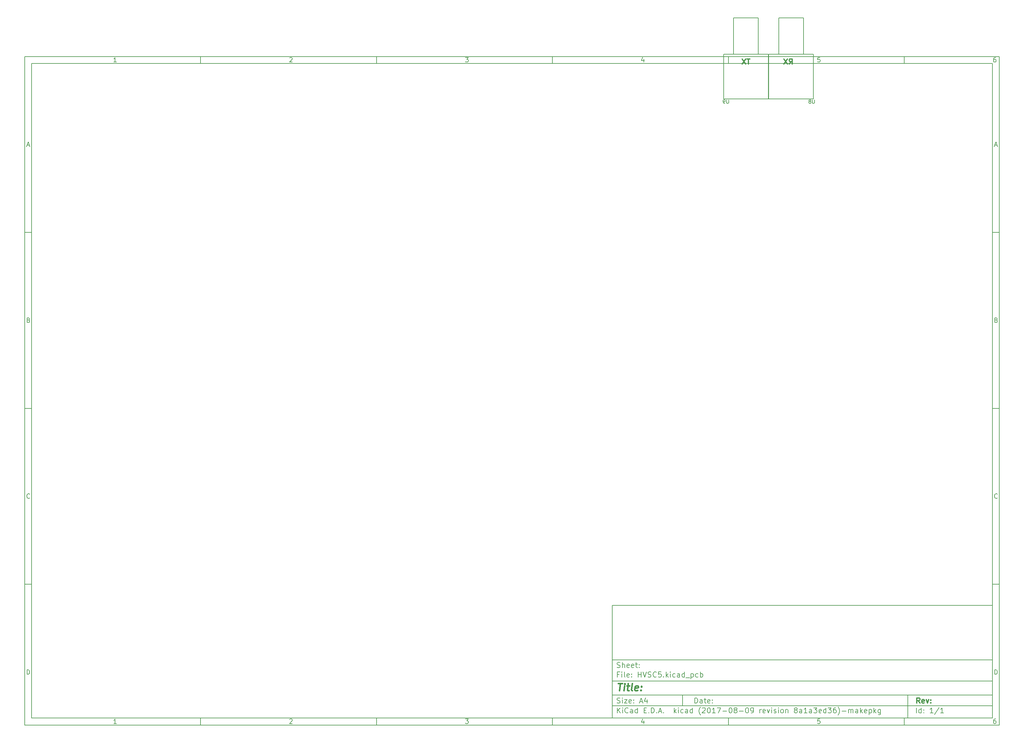
<source format=gbr>
G04 #@! TF.GenerationSoftware,KiCad,Pcbnew,(2017-08-09 revision 8a1a3ed36)-makepkg*
G04 #@! TF.CreationDate,2018-06-18T14:06:25+02:00*
G04 #@! TF.ProjectId,HVSC5,48565343352E6B696361645F70636200,rev?*
G04 #@! TF.SameCoordinates,Original*
G04 #@! TF.FileFunction,Legend,Bot*
G04 #@! TF.FilePolarity,Positive*
%FSLAX46Y46*%
G04 Gerber Fmt 4.6, Leading zero omitted, Abs format (unit mm)*
G04 Created by KiCad (PCBNEW (2017-08-09 revision 8a1a3ed36)-makepkg) date 06/18/18 14:06:25*
%MOMM*%
%LPD*%
G01*
G04 APERTURE LIST*
%ADD10C,0.100000*%
%ADD11C,0.150000*%
%ADD12C,0.300000*%
%ADD13C,0.400000*%
G04 APERTURE END LIST*
D10*
D11*
X177002200Y-166007200D02*
X177002200Y-198007200D01*
X285002200Y-198007200D01*
X285002200Y-166007200D01*
X177002200Y-166007200D01*
D10*
D11*
X10000000Y-10000000D02*
X10000000Y-200007200D01*
X287002200Y-200007200D01*
X287002200Y-10000000D01*
X10000000Y-10000000D01*
D10*
D11*
X12000000Y-12000000D02*
X12000000Y-198007200D01*
X285002200Y-198007200D01*
X285002200Y-12000000D01*
X12000000Y-12000000D01*
D10*
D11*
X60000000Y-12000000D02*
X60000000Y-10000000D01*
D10*
D11*
X110000000Y-12000000D02*
X110000000Y-10000000D01*
D10*
D11*
X160000000Y-12000000D02*
X160000000Y-10000000D01*
D10*
D11*
X210000000Y-12000000D02*
X210000000Y-10000000D01*
D10*
D11*
X260000000Y-12000000D02*
X260000000Y-10000000D01*
D10*
D11*
X36065476Y-11588095D02*
X35322619Y-11588095D01*
X35694047Y-11588095D02*
X35694047Y-10288095D01*
X35570238Y-10473809D01*
X35446428Y-10597619D01*
X35322619Y-10659523D01*
D10*
D11*
X85322619Y-10411904D02*
X85384523Y-10350000D01*
X85508333Y-10288095D01*
X85817857Y-10288095D01*
X85941666Y-10350000D01*
X86003571Y-10411904D01*
X86065476Y-10535714D01*
X86065476Y-10659523D01*
X86003571Y-10845238D01*
X85260714Y-11588095D01*
X86065476Y-11588095D01*
D10*
D11*
X135260714Y-10288095D02*
X136065476Y-10288095D01*
X135632142Y-10783333D01*
X135817857Y-10783333D01*
X135941666Y-10845238D01*
X136003571Y-10907142D01*
X136065476Y-11030952D01*
X136065476Y-11340476D01*
X136003571Y-11464285D01*
X135941666Y-11526190D01*
X135817857Y-11588095D01*
X135446428Y-11588095D01*
X135322619Y-11526190D01*
X135260714Y-11464285D01*
D10*
D11*
X185941666Y-10721428D02*
X185941666Y-11588095D01*
X185632142Y-10226190D02*
X185322619Y-11154761D01*
X186127380Y-11154761D01*
D10*
D11*
X236003571Y-10288095D02*
X235384523Y-10288095D01*
X235322619Y-10907142D01*
X235384523Y-10845238D01*
X235508333Y-10783333D01*
X235817857Y-10783333D01*
X235941666Y-10845238D01*
X236003571Y-10907142D01*
X236065476Y-11030952D01*
X236065476Y-11340476D01*
X236003571Y-11464285D01*
X235941666Y-11526190D01*
X235817857Y-11588095D01*
X235508333Y-11588095D01*
X235384523Y-11526190D01*
X235322619Y-11464285D01*
D10*
D11*
X285941666Y-10288095D02*
X285694047Y-10288095D01*
X285570238Y-10350000D01*
X285508333Y-10411904D01*
X285384523Y-10597619D01*
X285322619Y-10845238D01*
X285322619Y-11340476D01*
X285384523Y-11464285D01*
X285446428Y-11526190D01*
X285570238Y-11588095D01*
X285817857Y-11588095D01*
X285941666Y-11526190D01*
X286003571Y-11464285D01*
X286065476Y-11340476D01*
X286065476Y-11030952D01*
X286003571Y-10907142D01*
X285941666Y-10845238D01*
X285817857Y-10783333D01*
X285570238Y-10783333D01*
X285446428Y-10845238D01*
X285384523Y-10907142D01*
X285322619Y-11030952D01*
D10*
D11*
X60000000Y-198007200D02*
X60000000Y-200007200D01*
D10*
D11*
X110000000Y-198007200D02*
X110000000Y-200007200D01*
D10*
D11*
X160000000Y-198007200D02*
X160000000Y-200007200D01*
D10*
D11*
X210000000Y-198007200D02*
X210000000Y-200007200D01*
D10*
D11*
X260000000Y-198007200D02*
X260000000Y-200007200D01*
D10*
D11*
X36065476Y-199595295D02*
X35322619Y-199595295D01*
X35694047Y-199595295D02*
X35694047Y-198295295D01*
X35570238Y-198481009D01*
X35446428Y-198604819D01*
X35322619Y-198666723D01*
D10*
D11*
X85322619Y-198419104D02*
X85384523Y-198357200D01*
X85508333Y-198295295D01*
X85817857Y-198295295D01*
X85941666Y-198357200D01*
X86003571Y-198419104D01*
X86065476Y-198542914D01*
X86065476Y-198666723D01*
X86003571Y-198852438D01*
X85260714Y-199595295D01*
X86065476Y-199595295D01*
D10*
D11*
X135260714Y-198295295D02*
X136065476Y-198295295D01*
X135632142Y-198790533D01*
X135817857Y-198790533D01*
X135941666Y-198852438D01*
X136003571Y-198914342D01*
X136065476Y-199038152D01*
X136065476Y-199347676D01*
X136003571Y-199471485D01*
X135941666Y-199533390D01*
X135817857Y-199595295D01*
X135446428Y-199595295D01*
X135322619Y-199533390D01*
X135260714Y-199471485D01*
D10*
D11*
X185941666Y-198728628D02*
X185941666Y-199595295D01*
X185632142Y-198233390D02*
X185322619Y-199161961D01*
X186127380Y-199161961D01*
D10*
D11*
X236003571Y-198295295D02*
X235384523Y-198295295D01*
X235322619Y-198914342D01*
X235384523Y-198852438D01*
X235508333Y-198790533D01*
X235817857Y-198790533D01*
X235941666Y-198852438D01*
X236003571Y-198914342D01*
X236065476Y-199038152D01*
X236065476Y-199347676D01*
X236003571Y-199471485D01*
X235941666Y-199533390D01*
X235817857Y-199595295D01*
X235508333Y-199595295D01*
X235384523Y-199533390D01*
X235322619Y-199471485D01*
D10*
D11*
X285941666Y-198295295D02*
X285694047Y-198295295D01*
X285570238Y-198357200D01*
X285508333Y-198419104D01*
X285384523Y-198604819D01*
X285322619Y-198852438D01*
X285322619Y-199347676D01*
X285384523Y-199471485D01*
X285446428Y-199533390D01*
X285570238Y-199595295D01*
X285817857Y-199595295D01*
X285941666Y-199533390D01*
X286003571Y-199471485D01*
X286065476Y-199347676D01*
X286065476Y-199038152D01*
X286003571Y-198914342D01*
X285941666Y-198852438D01*
X285817857Y-198790533D01*
X285570238Y-198790533D01*
X285446428Y-198852438D01*
X285384523Y-198914342D01*
X285322619Y-199038152D01*
D10*
D11*
X10000000Y-60000000D02*
X12000000Y-60000000D01*
D10*
D11*
X10000000Y-110000000D02*
X12000000Y-110000000D01*
D10*
D11*
X10000000Y-160000000D02*
X12000000Y-160000000D01*
D10*
D11*
X10690476Y-35216666D02*
X11309523Y-35216666D01*
X10566666Y-35588095D02*
X11000000Y-34288095D01*
X11433333Y-35588095D01*
D10*
D11*
X11092857Y-84907142D02*
X11278571Y-84969047D01*
X11340476Y-85030952D01*
X11402380Y-85154761D01*
X11402380Y-85340476D01*
X11340476Y-85464285D01*
X11278571Y-85526190D01*
X11154761Y-85588095D01*
X10659523Y-85588095D01*
X10659523Y-84288095D01*
X11092857Y-84288095D01*
X11216666Y-84350000D01*
X11278571Y-84411904D01*
X11340476Y-84535714D01*
X11340476Y-84659523D01*
X11278571Y-84783333D01*
X11216666Y-84845238D01*
X11092857Y-84907142D01*
X10659523Y-84907142D01*
D10*
D11*
X11402380Y-135464285D02*
X11340476Y-135526190D01*
X11154761Y-135588095D01*
X11030952Y-135588095D01*
X10845238Y-135526190D01*
X10721428Y-135402380D01*
X10659523Y-135278571D01*
X10597619Y-135030952D01*
X10597619Y-134845238D01*
X10659523Y-134597619D01*
X10721428Y-134473809D01*
X10845238Y-134350000D01*
X11030952Y-134288095D01*
X11154761Y-134288095D01*
X11340476Y-134350000D01*
X11402380Y-134411904D01*
D10*
D11*
X10659523Y-185588095D02*
X10659523Y-184288095D01*
X10969047Y-184288095D01*
X11154761Y-184350000D01*
X11278571Y-184473809D01*
X11340476Y-184597619D01*
X11402380Y-184845238D01*
X11402380Y-185030952D01*
X11340476Y-185278571D01*
X11278571Y-185402380D01*
X11154761Y-185526190D01*
X10969047Y-185588095D01*
X10659523Y-185588095D01*
D10*
D11*
X287002200Y-60000000D02*
X285002200Y-60000000D01*
D10*
D11*
X287002200Y-110000000D02*
X285002200Y-110000000D01*
D10*
D11*
X287002200Y-160000000D02*
X285002200Y-160000000D01*
D10*
D11*
X285692676Y-35216666D02*
X286311723Y-35216666D01*
X285568866Y-35588095D02*
X286002200Y-34288095D01*
X286435533Y-35588095D01*
D10*
D11*
X286095057Y-84907142D02*
X286280771Y-84969047D01*
X286342676Y-85030952D01*
X286404580Y-85154761D01*
X286404580Y-85340476D01*
X286342676Y-85464285D01*
X286280771Y-85526190D01*
X286156961Y-85588095D01*
X285661723Y-85588095D01*
X285661723Y-84288095D01*
X286095057Y-84288095D01*
X286218866Y-84350000D01*
X286280771Y-84411904D01*
X286342676Y-84535714D01*
X286342676Y-84659523D01*
X286280771Y-84783333D01*
X286218866Y-84845238D01*
X286095057Y-84907142D01*
X285661723Y-84907142D01*
D10*
D11*
X286404580Y-135464285D02*
X286342676Y-135526190D01*
X286156961Y-135588095D01*
X286033152Y-135588095D01*
X285847438Y-135526190D01*
X285723628Y-135402380D01*
X285661723Y-135278571D01*
X285599819Y-135030952D01*
X285599819Y-134845238D01*
X285661723Y-134597619D01*
X285723628Y-134473809D01*
X285847438Y-134350000D01*
X286033152Y-134288095D01*
X286156961Y-134288095D01*
X286342676Y-134350000D01*
X286404580Y-134411904D01*
D10*
D11*
X285661723Y-185588095D02*
X285661723Y-184288095D01*
X285971247Y-184288095D01*
X286156961Y-184350000D01*
X286280771Y-184473809D01*
X286342676Y-184597619D01*
X286404580Y-184845238D01*
X286404580Y-185030952D01*
X286342676Y-185278571D01*
X286280771Y-185402380D01*
X286156961Y-185526190D01*
X285971247Y-185588095D01*
X285661723Y-185588095D01*
D10*
D11*
X200434342Y-193785771D02*
X200434342Y-192285771D01*
X200791485Y-192285771D01*
X201005771Y-192357200D01*
X201148628Y-192500057D01*
X201220057Y-192642914D01*
X201291485Y-192928628D01*
X201291485Y-193142914D01*
X201220057Y-193428628D01*
X201148628Y-193571485D01*
X201005771Y-193714342D01*
X200791485Y-193785771D01*
X200434342Y-193785771D01*
X202577200Y-193785771D02*
X202577200Y-193000057D01*
X202505771Y-192857200D01*
X202362914Y-192785771D01*
X202077200Y-192785771D01*
X201934342Y-192857200D01*
X202577200Y-193714342D02*
X202434342Y-193785771D01*
X202077200Y-193785771D01*
X201934342Y-193714342D01*
X201862914Y-193571485D01*
X201862914Y-193428628D01*
X201934342Y-193285771D01*
X202077200Y-193214342D01*
X202434342Y-193214342D01*
X202577200Y-193142914D01*
X203077200Y-192785771D02*
X203648628Y-192785771D01*
X203291485Y-192285771D02*
X203291485Y-193571485D01*
X203362914Y-193714342D01*
X203505771Y-193785771D01*
X203648628Y-193785771D01*
X204720057Y-193714342D02*
X204577200Y-193785771D01*
X204291485Y-193785771D01*
X204148628Y-193714342D01*
X204077200Y-193571485D01*
X204077200Y-193000057D01*
X204148628Y-192857200D01*
X204291485Y-192785771D01*
X204577200Y-192785771D01*
X204720057Y-192857200D01*
X204791485Y-193000057D01*
X204791485Y-193142914D01*
X204077200Y-193285771D01*
X205434342Y-193642914D02*
X205505771Y-193714342D01*
X205434342Y-193785771D01*
X205362914Y-193714342D01*
X205434342Y-193642914D01*
X205434342Y-193785771D01*
X205434342Y-192857200D02*
X205505771Y-192928628D01*
X205434342Y-193000057D01*
X205362914Y-192928628D01*
X205434342Y-192857200D01*
X205434342Y-193000057D01*
D10*
D11*
X177002200Y-194507200D02*
X285002200Y-194507200D01*
D10*
D11*
X178434342Y-196585771D02*
X178434342Y-195085771D01*
X179291485Y-196585771D02*
X178648628Y-195728628D01*
X179291485Y-195085771D02*
X178434342Y-195942914D01*
X179934342Y-196585771D02*
X179934342Y-195585771D01*
X179934342Y-195085771D02*
X179862914Y-195157200D01*
X179934342Y-195228628D01*
X180005771Y-195157200D01*
X179934342Y-195085771D01*
X179934342Y-195228628D01*
X181505771Y-196442914D02*
X181434342Y-196514342D01*
X181220057Y-196585771D01*
X181077200Y-196585771D01*
X180862914Y-196514342D01*
X180720057Y-196371485D01*
X180648628Y-196228628D01*
X180577200Y-195942914D01*
X180577200Y-195728628D01*
X180648628Y-195442914D01*
X180720057Y-195300057D01*
X180862914Y-195157200D01*
X181077200Y-195085771D01*
X181220057Y-195085771D01*
X181434342Y-195157200D01*
X181505771Y-195228628D01*
X182791485Y-196585771D02*
X182791485Y-195800057D01*
X182720057Y-195657200D01*
X182577200Y-195585771D01*
X182291485Y-195585771D01*
X182148628Y-195657200D01*
X182791485Y-196514342D02*
X182648628Y-196585771D01*
X182291485Y-196585771D01*
X182148628Y-196514342D01*
X182077200Y-196371485D01*
X182077200Y-196228628D01*
X182148628Y-196085771D01*
X182291485Y-196014342D01*
X182648628Y-196014342D01*
X182791485Y-195942914D01*
X184148628Y-196585771D02*
X184148628Y-195085771D01*
X184148628Y-196514342D02*
X184005771Y-196585771D01*
X183720057Y-196585771D01*
X183577200Y-196514342D01*
X183505771Y-196442914D01*
X183434342Y-196300057D01*
X183434342Y-195871485D01*
X183505771Y-195728628D01*
X183577200Y-195657200D01*
X183720057Y-195585771D01*
X184005771Y-195585771D01*
X184148628Y-195657200D01*
X186005771Y-195800057D02*
X186505771Y-195800057D01*
X186720057Y-196585771D02*
X186005771Y-196585771D01*
X186005771Y-195085771D01*
X186720057Y-195085771D01*
X187362914Y-196442914D02*
X187434342Y-196514342D01*
X187362914Y-196585771D01*
X187291485Y-196514342D01*
X187362914Y-196442914D01*
X187362914Y-196585771D01*
X188077200Y-196585771D02*
X188077200Y-195085771D01*
X188434342Y-195085771D01*
X188648628Y-195157200D01*
X188791485Y-195300057D01*
X188862914Y-195442914D01*
X188934342Y-195728628D01*
X188934342Y-195942914D01*
X188862914Y-196228628D01*
X188791485Y-196371485D01*
X188648628Y-196514342D01*
X188434342Y-196585771D01*
X188077200Y-196585771D01*
X189577200Y-196442914D02*
X189648628Y-196514342D01*
X189577200Y-196585771D01*
X189505771Y-196514342D01*
X189577200Y-196442914D01*
X189577200Y-196585771D01*
X190220057Y-196157200D02*
X190934342Y-196157200D01*
X190077200Y-196585771D02*
X190577200Y-195085771D01*
X191077200Y-196585771D01*
X191577200Y-196442914D02*
X191648628Y-196514342D01*
X191577200Y-196585771D01*
X191505771Y-196514342D01*
X191577200Y-196442914D01*
X191577200Y-196585771D01*
X194577200Y-196585771D02*
X194577200Y-195085771D01*
X194720057Y-196014342D02*
X195148628Y-196585771D01*
X195148628Y-195585771D02*
X194577200Y-196157200D01*
X195791485Y-196585771D02*
X195791485Y-195585771D01*
X195791485Y-195085771D02*
X195720057Y-195157200D01*
X195791485Y-195228628D01*
X195862914Y-195157200D01*
X195791485Y-195085771D01*
X195791485Y-195228628D01*
X197148628Y-196514342D02*
X197005771Y-196585771D01*
X196720057Y-196585771D01*
X196577200Y-196514342D01*
X196505771Y-196442914D01*
X196434342Y-196300057D01*
X196434342Y-195871485D01*
X196505771Y-195728628D01*
X196577200Y-195657200D01*
X196720057Y-195585771D01*
X197005771Y-195585771D01*
X197148628Y-195657200D01*
X198434342Y-196585771D02*
X198434342Y-195800057D01*
X198362914Y-195657200D01*
X198220057Y-195585771D01*
X197934342Y-195585771D01*
X197791485Y-195657200D01*
X198434342Y-196514342D02*
X198291485Y-196585771D01*
X197934342Y-196585771D01*
X197791485Y-196514342D01*
X197720057Y-196371485D01*
X197720057Y-196228628D01*
X197791485Y-196085771D01*
X197934342Y-196014342D01*
X198291485Y-196014342D01*
X198434342Y-195942914D01*
X199791485Y-196585771D02*
X199791485Y-195085771D01*
X199791485Y-196514342D02*
X199648628Y-196585771D01*
X199362914Y-196585771D01*
X199220057Y-196514342D01*
X199148628Y-196442914D01*
X199077200Y-196300057D01*
X199077200Y-195871485D01*
X199148628Y-195728628D01*
X199220057Y-195657200D01*
X199362914Y-195585771D01*
X199648628Y-195585771D01*
X199791485Y-195657200D01*
X202077200Y-197157200D02*
X202005771Y-197085771D01*
X201862914Y-196871485D01*
X201791485Y-196728628D01*
X201720057Y-196514342D01*
X201648628Y-196157200D01*
X201648628Y-195871485D01*
X201720057Y-195514342D01*
X201791485Y-195300057D01*
X201862914Y-195157200D01*
X202005771Y-194942914D01*
X202077200Y-194871485D01*
X202577200Y-195228628D02*
X202648628Y-195157200D01*
X202791485Y-195085771D01*
X203148628Y-195085771D01*
X203291485Y-195157200D01*
X203362914Y-195228628D01*
X203434342Y-195371485D01*
X203434342Y-195514342D01*
X203362914Y-195728628D01*
X202505771Y-196585771D01*
X203434342Y-196585771D01*
X204362914Y-195085771D02*
X204505771Y-195085771D01*
X204648628Y-195157200D01*
X204720057Y-195228628D01*
X204791485Y-195371485D01*
X204862914Y-195657200D01*
X204862914Y-196014342D01*
X204791485Y-196300057D01*
X204720057Y-196442914D01*
X204648628Y-196514342D01*
X204505771Y-196585771D01*
X204362914Y-196585771D01*
X204220057Y-196514342D01*
X204148628Y-196442914D01*
X204077200Y-196300057D01*
X204005771Y-196014342D01*
X204005771Y-195657200D01*
X204077200Y-195371485D01*
X204148628Y-195228628D01*
X204220057Y-195157200D01*
X204362914Y-195085771D01*
X206291485Y-196585771D02*
X205434342Y-196585771D01*
X205862914Y-196585771D02*
X205862914Y-195085771D01*
X205720057Y-195300057D01*
X205577200Y-195442914D01*
X205434342Y-195514342D01*
X206791485Y-195085771D02*
X207791485Y-195085771D01*
X207148628Y-196585771D01*
X208362914Y-196014342D02*
X209505771Y-196014342D01*
X210505771Y-195085771D02*
X210648628Y-195085771D01*
X210791485Y-195157200D01*
X210862914Y-195228628D01*
X210934342Y-195371485D01*
X211005771Y-195657200D01*
X211005771Y-196014342D01*
X210934342Y-196300057D01*
X210862914Y-196442914D01*
X210791485Y-196514342D01*
X210648628Y-196585771D01*
X210505771Y-196585771D01*
X210362914Y-196514342D01*
X210291485Y-196442914D01*
X210220057Y-196300057D01*
X210148628Y-196014342D01*
X210148628Y-195657200D01*
X210220057Y-195371485D01*
X210291485Y-195228628D01*
X210362914Y-195157200D01*
X210505771Y-195085771D01*
X211862914Y-195728628D02*
X211720057Y-195657200D01*
X211648628Y-195585771D01*
X211577200Y-195442914D01*
X211577200Y-195371485D01*
X211648628Y-195228628D01*
X211720057Y-195157200D01*
X211862914Y-195085771D01*
X212148628Y-195085771D01*
X212291485Y-195157200D01*
X212362914Y-195228628D01*
X212434342Y-195371485D01*
X212434342Y-195442914D01*
X212362914Y-195585771D01*
X212291485Y-195657200D01*
X212148628Y-195728628D01*
X211862914Y-195728628D01*
X211720057Y-195800057D01*
X211648628Y-195871485D01*
X211577200Y-196014342D01*
X211577200Y-196300057D01*
X211648628Y-196442914D01*
X211720057Y-196514342D01*
X211862914Y-196585771D01*
X212148628Y-196585771D01*
X212291485Y-196514342D01*
X212362914Y-196442914D01*
X212434342Y-196300057D01*
X212434342Y-196014342D01*
X212362914Y-195871485D01*
X212291485Y-195800057D01*
X212148628Y-195728628D01*
X213077200Y-196014342D02*
X214220057Y-196014342D01*
X215220057Y-195085771D02*
X215362914Y-195085771D01*
X215505771Y-195157200D01*
X215577200Y-195228628D01*
X215648628Y-195371485D01*
X215720057Y-195657200D01*
X215720057Y-196014342D01*
X215648628Y-196300057D01*
X215577200Y-196442914D01*
X215505771Y-196514342D01*
X215362914Y-196585771D01*
X215220057Y-196585771D01*
X215077200Y-196514342D01*
X215005771Y-196442914D01*
X214934342Y-196300057D01*
X214862914Y-196014342D01*
X214862914Y-195657200D01*
X214934342Y-195371485D01*
X215005771Y-195228628D01*
X215077200Y-195157200D01*
X215220057Y-195085771D01*
X216434342Y-196585771D02*
X216720057Y-196585771D01*
X216862914Y-196514342D01*
X216934342Y-196442914D01*
X217077200Y-196228628D01*
X217148628Y-195942914D01*
X217148628Y-195371485D01*
X217077200Y-195228628D01*
X217005771Y-195157200D01*
X216862914Y-195085771D01*
X216577200Y-195085771D01*
X216434342Y-195157200D01*
X216362914Y-195228628D01*
X216291485Y-195371485D01*
X216291485Y-195728628D01*
X216362914Y-195871485D01*
X216434342Y-195942914D01*
X216577200Y-196014342D01*
X216862914Y-196014342D01*
X217005771Y-195942914D01*
X217077200Y-195871485D01*
X217148628Y-195728628D01*
X218934342Y-196585771D02*
X218934342Y-195585771D01*
X218934342Y-195871485D02*
X219005771Y-195728628D01*
X219077200Y-195657200D01*
X219220057Y-195585771D01*
X219362914Y-195585771D01*
X220434342Y-196514342D02*
X220291485Y-196585771D01*
X220005771Y-196585771D01*
X219862914Y-196514342D01*
X219791485Y-196371485D01*
X219791485Y-195800057D01*
X219862914Y-195657200D01*
X220005771Y-195585771D01*
X220291485Y-195585771D01*
X220434342Y-195657200D01*
X220505771Y-195800057D01*
X220505771Y-195942914D01*
X219791485Y-196085771D01*
X221005771Y-195585771D02*
X221362914Y-196585771D01*
X221720057Y-195585771D01*
X222291485Y-196585771D02*
X222291485Y-195585771D01*
X222291485Y-195085771D02*
X222220057Y-195157200D01*
X222291485Y-195228628D01*
X222362914Y-195157200D01*
X222291485Y-195085771D01*
X222291485Y-195228628D01*
X222934342Y-196514342D02*
X223077200Y-196585771D01*
X223362914Y-196585771D01*
X223505771Y-196514342D01*
X223577200Y-196371485D01*
X223577200Y-196300057D01*
X223505771Y-196157200D01*
X223362914Y-196085771D01*
X223148628Y-196085771D01*
X223005771Y-196014342D01*
X222934342Y-195871485D01*
X222934342Y-195800057D01*
X223005771Y-195657200D01*
X223148628Y-195585771D01*
X223362914Y-195585771D01*
X223505771Y-195657200D01*
X224220057Y-196585771D02*
X224220057Y-195585771D01*
X224220057Y-195085771D02*
X224148628Y-195157200D01*
X224220057Y-195228628D01*
X224291485Y-195157200D01*
X224220057Y-195085771D01*
X224220057Y-195228628D01*
X225148628Y-196585771D02*
X225005771Y-196514342D01*
X224934342Y-196442914D01*
X224862914Y-196300057D01*
X224862914Y-195871485D01*
X224934342Y-195728628D01*
X225005771Y-195657200D01*
X225148628Y-195585771D01*
X225362914Y-195585771D01*
X225505771Y-195657200D01*
X225577200Y-195728628D01*
X225648628Y-195871485D01*
X225648628Y-196300057D01*
X225577200Y-196442914D01*
X225505771Y-196514342D01*
X225362914Y-196585771D01*
X225148628Y-196585771D01*
X226291485Y-195585771D02*
X226291485Y-196585771D01*
X226291485Y-195728628D02*
X226362914Y-195657200D01*
X226505771Y-195585771D01*
X226720057Y-195585771D01*
X226862914Y-195657200D01*
X226934342Y-195800057D01*
X226934342Y-196585771D01*
X229005771Y-195728628D02*
X228862914Y-195657200D01*
X228791485Y-195585771D01*
X228720057Y-195442914D01*
X228720057Y-195371485D01*
X228791485Y-195228628D01*
X228862914Y-195157200D01*
X229005771Y-195085771D01*
X229291485Y-195085771D01*
X229434342Y-195157200D01*
X229505771Y-195228628D01*
X229577200Y-195371485D01*
X229577200Y-195442914D01*
X229505771Y-195585771D01*
X229434342Y-195657200D01*
X229291485Y-195728628D01*
X229005771Y-195728628D01*
X228862914Y-195800057D01*
X228791485Y-195871485D01*
X228720057Y-196014342D01*
X228720057Y-196300057D01*
X228791485Y-196442914D01*
X228862914Y-196514342D01*
X229005771Y-196585771D01*
X229291485Y-196585771D01*
X229434342Y-196514342D01*
X229505771Y-196442914D01*
X229577200Y-196300057D01*
X229577200Y-196014342D01*
X229505771Y-195871485D01*
X229434342Y-195800057D01*
X229291485Y-195728628D01*
X230862914Y-196585771D02*
X230862914Y-195800057D01*
X230791485Y-195657200D01*
X230648628Y-195585771D01*
X230362914Y-195585771D01*
X230220057Y-195657200D01*
X230862914Y-196514342D02*
X230720057Y-196585771D01*
X230362914Y-196585771D01*
X230220057Y-196514342D01*
X230148628Y-196371485D01*
X230148628Y-196228628D01*
X230220057Y-196085771D01*
X230362914Y-196014342D01*
X230720057Y-196014342D01*
X230862914Y-195942914D01*
X232362914Y-196585771D02*
X231505771Y-196585771D01*
X231934342Y-196585771D02*
X231934342Y-195085771D01*
X231791485Y-195300057D01*
X231648628Y-195442914D01*
X231505771Y-195514342D01*
X233648628Y-196585771D02*
X233648628Y-195800057D01*
X233577200Y-195657200D01*
X233434342Y-195585771D01*
X233148628Y-195585771D01*
X233005771Y-195657200D01*
X233648628Y-196514342D02*
X233505771Y-196585771D01*
X233148628Y-196585771D01*
X233005771Y-196514342D01*
X232934342Y-196371485D01*
X232934342Y-196228628D01*
X233005771Y-196085771D01*
X233148628Y-196014342D01*
X233505771Y-196014342D01*
X233648628Y-195942914D01*
X234220057Y-195085771D02*
X235148628Y-195085771D01*
X234648628Y-195657200D01*
X234862914Y-195657200D01*
X235005771Y-195728628D01*
X235077200Y-195800057D01*
X235148628Y-195942914D01*
X235148628Y-196300057D01*
X235077200Y-196442914D01*
X235005771Y-196514342D01*
X234862914Y-196585771D01*
X234434342Y-196585771D01*
X234291485Y-196514342D01*
X234220057Y-196442914D01*
X236362914Y-196514342D02*
X236220057Y-196585771D01*
X235934342Y-196585771D01*
X235791485Y-196514342D01*
X235720057Y-196371485D01*
X235720057Y-195800057D01*
X235791485Y-195657200D01*
X235934342Y-195585771D01*
X236220057Y-195585771D01*
X236362914Y-195657200D01*
X236434342Y-195800057D01*
X236434342Y-195942914D01*
X235720057Y-196085771D01*
X237720057Y-196585771D02*
X237720057Y-195085771D01*
X237720057Y-196514342D02*
X237577200Y-196585771D01*
X237291485Y-196585771D01*
X237148628Y-196514342D01*
X237077200Y-196442914D01*
X237005771Y-196300057D01*
X237005771Y-195871485D01*
X237077200Y-195728628D01*
X237148628Y-195657200D01*
X237291485Y-195585771D01*
X237577200Y-195585771D01*
X237720057Y-195657200D01*
X238291485Y-195085771D02*
X239220057Y-195085771D01*
X238720057Y-195657200D01*
X238934342Y-195657200D01*
X239077200Y-195728628D01*
X239148628Y-195800057D01*
X239220057Y-195942914D01*
X239220057Y-196300057D01*
X239148628Y-196442914D01*
X239077200Y-196514342D01*
X238934342Y-196585771D01*
X238505771Y-196585771D01*
X238362914Y-196514342D01*
X238291485Y-196442914D01*
X240505771Y-195085771D02*
X240220057Y-195085771D01*
X240077200Y-195157200D01*
X240005771Y-195228628D01*
X239862914Y-195442914D01*
X239791485Y-195728628D01*
X239791485Y-196300057D01*
X239862914Y-196442914D01*
X239934342Y-196514342D01*
X240077200Y-196585771D01*
X240362914Y-196585771D01*
X240505771Y-196514342D01*
X240577200Y-196442914D01*
X240648628Y-196300057D01*
X240648628Y-195942914D01*
X240577200Y-195800057D01*
X240505771Y-195728628D01*
X240362914Y-195657200D01*
X240077200Y-195657200D01*
X239934342Y-195728628D01*
X239862914Y-195800057D01*
X239791485Y-195942914D01*
X241148628Y-197157200D02*
X241220057Y-197085771D01*
X241362914Y-196871485D01*
X241434342Y-196728628D01*
X241505771Y-196514342D01*
X241577199Y-196157200D01*
X241577199Y-195871485D01*
X241505771Y-195514342D01*
X241434342Y-195300057D01*
X241362914Y-195157200D01*
X241220057Y-194942914D01*
X241148628Y-194871485D01*
X242291485Y-196014342D02*
X243434342Y-196014342D01*
X244148628Y-196585771D02*
X244148628Y-195585771D01*
X244148628Y-195728628D02*
X244220057Y-195657200D01*
X244362914Y-195585771D01*
X244577199Y-195585771D01*
X244720057Y-195657200D01*
X244791485Y-195800057D01*
X244791485Y-196585771D01*
X244791485Y-195800057D02*
X244862914Y-195657200D01*
X245005771Y-195585771D01*
X245220057Y-195585771D01*
X245362914Y-195657200D01*
X245434342Y-195800057D01*
X245434342Y-196585771D01*
X246791485Y-196585771D02*
X246791485Y-195800057D01*
X246720057Y-195657200D01*
X246577200Y-195585771D01*
X246291485Y-195585771D01*
X246148628Y-195657200D01*
X246791485Y-196514342D02*
X246648628Y-196585771D01*
X246291485Y-196585771D01*
X246148628Y-196514342D01*
X246077200Y-196371485D01*
X246077200Y-196228628D01*
X246148628Y-196085771D01*
X246291485Y-196014342D01*
X246648628Y-196014342D01*
X246791485Y-195942914D01*
X247505771Y-196585771D02*
X247505771Y-195085771D01*
X247648628Y-196014342D02*
X248077200Y-196585771D01*
X248077200Y-195585771D02*
X247505771Y-196157200D01*
X249291485Y-196514342D02*
X249148628Y-196585771D01*
X248862914Y-196585771D01*
X248720057Y-196514342D01*
X248648628Y-196371485D01*
X248648628Y-195800057D01*
X248720057Y-195657200D01*
X248862914Y-195585771D01*
X249148628Y-195585771D01*
X249291485Y-195657200D01*
X249362914Y-195800057D01*
X249362914Y-195942914D01*
X248648628Y-196085771D01*
X250005771Y-195585771D02*
X250005771Y-197085771D01*
X250005771Y-195657200D02*
X250148628Y-195585771D01*
X250434342Y-195585771D01*
X250577200Y-195657200D01*
X250648628Y-195728628D01*
X250720057Y-195871485D01*
X250720057Y-196300057D01*
X250648628Y-196442914D01*
X250577200Y-196514342D01*
X250434342Y-196585771D01*
X250148628Y-196585771D01*
X250005771Y-196514342D01*
X251362914Y-196585771D02*
X251362914Y-195085771D01*
X251505771Y-196014342D02*
X251934342Y-196585771D01*
X251934342Y-195585771D02*
X251362914Y-196157200D01*
X253220057Y-195585771D02*
X253220057Y-196800057D01*
X253148628Y-196942914D01*
X253077199Y-197014342D01*
X252934342Y-197085771D01*
X252720057Y-197085771D01*
X252577199Y-197014342D01*
X253220057Y-196514342D02*
X253077199Y-196585771D01*
X252791485Y-196585771D01*
X252648628Y-196514342D01*
X252577199Y-196442914D01*
X252505771Y-196300057D01*
X252505771Y-195871485D01*
X252577199Y-195728628D01*
X252648628Y-195657200D01*
X252791485Y-195585771D01*
X253077199Y-195585771D01*
X253220057Y-195657200D01*
D10*
D11*
X177002200Y-191507200D02*
X285002200Y-191507200D01*
D10*
D12*
X264411485Y-193785771D02*
X263911485Y-193071485D01*
X263554342Y-193785771D02*
X263554342Y-192285771D01*
X264125771Y-192285771D01*
X264268628Y-192357200D01*
X264340057Y-192428628D01*
X264411485Y-192571485D01*
X264411485Y-192785771D01*
X264340057Y-192928628D01*
X264268628Y-193000057D01*
X264125771Y-193071485D01*
X263554342Y-193071485D01*
X265625771Y-193714342D02*
X265482914Y-193785771D01*
X265197200Y-193785771D01*
X265054342Y-193714342D01*
X264982914Y-193571485D01*
X264982914Y-193000057D01*
X265054342Y-192857200D01*
X265197200Y-192785771D01*
X265482914Y-192785771D01*
X265625771Y-192857200D01*
X265697200Y-193000057D01*
X265697200Y-193142914D01*
X264982914Y-193285771D01*
X266197200Y-192785771D02*
X266554342Y-193785771D01*
X266911485Y-192785771D01*
X267482914Y-193642914D02*
X267554342Y-193714342D01*
X267482914Y-193785771D01*
X267411485Y-193714342D01*
X267482914Y-193642914D01*
X267482914Y-193785771D01*
X267482914Y-192857200D02*
X267554342Y-192928628D01*
X267482914Y-193000057D01*
X267411485Y-192928628D01*
X267482914Y-192857200D01*
X267482914Y-193000057D01*
D10*
D11*
X178362914Y-193714342D02*
X178577200Y-193785771D01*
X178934342Y-193785771D01*
X179077200Y-193714342D01*
X179148628Y-193642914D01*
X179220057Y-193500057D01*
X179220057Y-193357200D01*
X179148628Y-193214342D01*
X179077200Y-193142914D01*
X178934342Y-193071485D01*
X178648628Y-193000057D01*
X178505771Y-192928628D01*
X178434342Y-192857200D01*
X178362914Y-192714342D01*
X178362914Y-192571485D01*
X178434342Y-192428628D01*
X178505771Y-192357200D01*
X178648628Y-192285771D01*
X179005771Y-192285771D01*
X179220057Y-192357200D01*
X179862914Y-193785771D02*
X179862914Y-192785771D01*
X179862914Y-192285771D02*
X179791485Y-192357200D01*
X179862914Y-192428628D01*
X179934342Y-192357200D01*
X179862914Y-192285771D01*
X179862914Y-192428628D01*
X180434342Y-192785771D02*
X181220057Y-192785771D01*
X180434342Y-193785771D01*
X181220057Y-193785771D01*
X182362914Y-193714342D02*
X182220057Y-193785771D01*
X181934342Y-193785771D01*
X181791485Y-193714342D01*
X181720057Y-193571485D01*
X181720057Y-193000057D01*
X181791485Y-192857200D01*
X181934342Y-192785771D01*
X182220057Y-192785771D01*
X182362914Y-192857200D01*
X182434342Y-193000057D01*
X182434342Y-193142914D01*
X181720057Y-193285771D01*
X183077200Y-193642914D02*
X183148628Y-193714342D01*
X183077200Y-193785771D01*
X183005771Y-193714342D01*
X183077200Y-193642914D01*
X183077200Y-193785771D01*
X183077200Y-192857200D02*
X183148628Y-192928628D01*
X183077200Y-193000057D01*
X183005771Y-192928628D01*
X183077200Y-192857200D01*
X183077200Y-193000057D01*
X184862914Y-193357200D02*
X185577200Y-193357200D01*
X184720057Y-193785771D02*
X185220057Y-192285771D01*
X185720057Y-193785771D01*
X186862914Y-192785771D02*
X186862914Y-193785771D01*
X186505771Y-192214342D02*
X186148628Y-193285771D01*
X187077200Y-193285771D01*
D10*
D11*
X263434342Y-196585771D02*
X263434342Y-195085771D01*
X264791485Y-196585771D02*
X264791485Y-195085771D01*
X264791485Y-196514342D02*
X264648628Y-196585771D01*
X264362914Y-196585771D01*
X264220057Y-196514342D01*
X264148628Y-196442914D01*
X264077200Y-196300057D01*
X264077200Y-195871485D01*
X264148628Y-195728628D01*
X264220057Y-195657200D01*
X264362914Y-195585771D01*
X264648628Y-195585771D01*
X264791485Y-195657200D01*
X265505771Y-196442914D02*
X265577200Y-196514342D01*
X265505771Y-196585771D01*
X265434342Y-196514342D01*
X265505771Y-196442914D01*
X265505771Y-196585771D01*
X265505771Y-195657200D02*
X265577200Y-195728628D01*
X265505771Y-195800057D01*
X265434342Y-195728628D01*
X265505771Y-195657200D01*
X265505771Y-195800057D01*
X268148628Y-196585771D02*
X267291485Y-196585771D01*
X267720057Y-196585771D02*
X267720057Y-195085771D01*
X267577200Y-195300057D01*
X267434342Y-195442914D01*
X267291485Y-195514342D01*
X269862914Y-195014342D02*
X268577200Y-196942914D01*
X271148628Y-196585771D02*
X270291485Y-196585771D01*
X270720057Y-196585771D02*
X270720057Y-195085771D01*
X270577200Y-195300057D01*
X270434342Y-195442914D01*
X270291485Y-195514342D01*
D10*
D11*
X177002200Y-187507200D02*
X285002200Y-187507200D01*
D10*
D13*
X178714580Y-188211961D02*
X179857438Y-188211961D01*
X179036009Y-190211961D02*
X179286009Y-188211961D01*
X180274104Y-190211961D02*
X180440771Y-188878628D01*
X180524104Y-188211961D02*
X180416961Y-188307200D01*
X180500295Y-188402438D01*
X180607438Y-188307200D01*
X180524104Y-188211961D01*
X180500295Y-188402438D01*
X181107438Y-188878628D02*
X181869342Y-188878628D01*
X181476485Y-188211961D02*
X181262200Y-189926247D01*
X181333628Y-190116723D01*
X181512200Y-190211961D01*
X181702676Y-190211961D01*
X182655057Y-190211961D02*
X182476485Y-190116723D01*
X182405057Y-189926247D01*
X182619342Y-188211961D01*
X184190771Y-190116723D02*
X183988390Y-190211961D01*
X183607438Y-190211961D01*
X183428866Y-190116723D01*
X183357438Y-189926247D01*
X183452676Y-189164342D01*
X183571723Y-188973866D01*
X183774104Y-188878628D01*
X184155057Y-188878628D01*
X184333628Y-188973866D01*
X184405057Y-189164342D01*
X184381247Y-189354819D01*
X183405057Y-189545295D01*
X185155057Y-190021485D02*
X185238390Y-190116723D01*
X185131247Y-190211961D01*
X185047914Y-190116723D01*
X185155057Y-190021485D01*
X185131247Y-190211961D01*
X185286009Y-188973866D02*
X185369342Y-189069104D01*
X185262200Y-189164342D01*
X185178866Y-189069104D01*
X185286009Y-188973866D01*
X185262200Y-189164342D01*
D10*
D11*
X178934342Y-185600057D02*
X178434342Y-185600057D01*
X178434342Y-186385771D02*
X178434342Y-184885771D01*
X179148628Y-184885771D01*
X179720057Y-186385771D02*
X179720057Y-185385771D01*
X179720057Y-184885771D02*
X179648628Y-184957200D01*
X179720057Y-185028628D01*
X179791485Y-184957200D01*
X179720057Y-184885771D01*
X179720057Y-185028628D01*
X180648628Y-186385771D02*
X180505771Y-186314342D01*
X180434342Y-186171485D01*
X180434342Y-184885771D01*
X181791485Y-186314342D02*
X181648628Y-186385771D01*
X181362914Y-186385771D01*
X181220057Y-186314342D01*
X181148628Y-186171485D01*
X181148628Y-185600057D01*
X181220057Y-185457200D01*
X181362914Y-185385771D01*
X181648628Y-185385771D01*
X181791485Y-185457200D01*
X181862914Y-185600057D01*
X181862914Y-185742914D01*
X181148628Y-185885771D01*
X182505771Y-186242914D02*
X182577200Y-186314342D01*
X182505771Y-186385771D01*
X182434342Y-186314342D01*
X182505771Y-186242914D01*
X182505771Y-186385771D01*
X182505771Y-185457200D02*
X182577200Y-185528628D01*
X182505771Y-185600057D01*
X182434342Y-185528628D01*
X182505771Y-185457200D01*
X182505771Y-185600057D01*
X184362914Y-186385771D02*
X184362914Y-184885771D01*
X184362914Y-185600057D02*
X185220057Y-185600057D01*
X185220057Y-186385771D02*
X185220057Y-184885771D01*
X185720057Y-184885771D02*
X186220057Y-186385771D01*
X186720057Y-184885771D01*
X187148628Y-186314342D02*
X187362914Y-186385771D01*
X187720057Y-186385771D01*
X187862914Y-186314342D01*
X187934342Y-186242914D01*
X188005771Y-186100057D01*
X188005771Y-185957200D01*
X187934342Y-185814342D01*
X187862914Y-185742914D01*
X187720057Y-185671485D01*
X187434342Y-185600057D01*
X187291485Y-185528628D01*
X187220057Y-185457200D01*
X187148628Y-185314342D01*
X187148628Y-185171485D01*
X187220057Y-185028628D01*
X187291485Y-184957200D01*
X187434342Y-184885771D01*
X187791485Y-184885771D01*
X188005771Y-184957200D01*
X189505771Y-186242914D02*
X189434342Y-186314342D01*
X189220057Y-186385771D01*
X189077200Y-186385771D01*
X188862914Y-186314342D01*
X188720057Y-186171485D01*
X188648628Y-186028628D01*
X188577200Y-185742914D01*
X188577200Y-185528628D01*
X188648628Y-185242914D01*
X188720057Y-185100057D01*
X188862914Y-184957200D01*
X189077200Y-184885771D01*
X189220057Y-184885771D01*
X189434342Y-184957200D01*
X189505771Y-185028628D01*
X190862914Y-184885771D02*
X190148628Y-184885771D01*
X190077200Y-185600057D01*
X190148628Y-185528628D01*
X190291485Y-185457200D01*
X190648628Y-185457200D01*
X190791485Y-185528628D01*
X190862914Y-185600057D01*
X190934342Y-185742914D01*
X190934342Y-186100057D01*
X190862914Y-186242914D01*
X190791485Y-186314342D01*
X190648628Y-186385771D01*
X190291485Y-186385771D01*
X190148628Y-186314342D01*
X190077200Y-186242914D01*
X191577200Y-186242914D02*
X191648628Y-186314342D01*
X191577200Y-186385771D01*
X191505771Y-186314342D01*
X191577200Y-186242914D01*
X191577200Y-186385771D01*
X192291485Y-186385771D02*
X192291485Y-184885771D01*
X192434342Y-185814342D02*
X192862914Y-186385771D01*
X192862914Y-185385771D02*
X192291485Y-185957200D01*
X193505771Y-186385771D02*
X193505771Y-185385771D01*
X193505771Y-184885771D02*
X193434342Y-184957200D01*
X193505771Y-185028628D01*
X193577200Y-184957200D01*
X193505771Y-184885771D01*
X193505771Y-185028628D01*
X194862914Y-186314342D02*
X194720057Y-186385771D01*
X194434342Y-186385771D01*
X194291485Y-186314342D01*
X194220057Y-186242914D01*
X194148628Y-186100057D01*
X194148628Y-185671485D01*
X194220057Y-185528628D01*
X194291485Y-185457200D01*
X194434342Y-185385771D01*
X194720057Y-185385771D01*
X194862914Y-185457200D01*
X196148628Y-186385771D02*
X196148628Y-185600057D01*
X196077200Y-185457200D01*
X195934342Y-185385771D01*
X195648628Y-185385771D01*
X195505771Y-185457200D01*
X196148628Y-186314342D02*
X196005771Y-186385771D01*
X195648628Y-186385771D01*
X195505771Y-186314342D01*
X195434342Y-186171485D01*
X195434342Y-186028628D01*
X195505771Y-185885771D01*
X195648628Y-185814342D01*
X196005771Y-185814342D01*
X196148628Y-185742914D01*
X197505771Y-186385771D02*
X197505771Y-184885771D01*
X197505771Y-186314342D02*
X197362914Y-186385771D01*
X197077200Y-186385771D01*
X196934342Y-186314342D01*
X196862914Y-186242914D01*
X196791485Y-186100057D01*
X196791485Y-185671485D01*
X196862914Y-185528628D01*
X196934342Y-185457200D01*
X197077200Y-185385771D01*
X197362914Y-185385771D01*
X197505771Y-185457200D01*
X197862914Y-186528628D02*
X199005771Y-186528628D01*
X199362914Y-185385771D02*
X199362914Y-186885771D01*
X199362914Y-185457200D02*
X199505771Y-185385771D01*
X199791485Y-185385771D01*
X199934342Y-185457200D01*
X200005771Y-185528628D01*
X200077200Y-185671485D01*
X200077200Y-186100057D01*
X200005771Y-186242914D01*
X199934342Y-186314342D01*
X199791485Y-186385771D01*
X199505771Y-186385771D01*
X199362914Y-186314342D01*
X201362914Y-186314342D02*
X201220057Y-186385771D01*
X200934342Y-186385771D01*
X200791485Y-186314342D01*
X200720057Y-186242914D01*
X200648628Y-186100057D01*
X200648628Y-185671485D01*
X200720057Y-185528628D01*
X200791485Y-185457200D01*
X200934342Y-185385771D01*
X201220057Y-185385771D01*
X201362914Y-185457200D01*
X202005771Y-186385771D02*
X202005771Y-184885771D01*
X202005771Y-185457200D02*
X202148628Y-185385771D01*
X202434342Y-185385771D01*
X202577200Y-185457200D01*
X202648628Y-185528628D01*
X202720057Y-185671485D01*
X202720057Y-186100057D01*
X202648628Y-186242914D01*
X202577200Y-186314342D01*
X202434342Y-186385771D01*
X202148628Y-186385771D01*
X202005771Y-186314342D01*
D10*
D11*
X177002200Y-181507200D02*
X285002200Y-181507200D01*
D10*
D11*
X178362914Y-183614342D02*
X178577200Y-183685771D01*
X178934342Y-183685771D01*
X179077200Y-183614342D01*
X179148628Y-183542914D01*
X179220057Y-183400057D01*
X179220057Y-183257200D01*
X179148628Y-183114342D01*
X179077200Y-183042914D01*
X178934342Y-182971485D01*
X178648628Y-182900057D01*
X178505771Y-182828628D01*
X178434342Y-182757200D01*
X178362914Y-182614342D01*
X178362914Y-182471485D01*
X178434342Y-182328628D01*
X178505771Y-182257200D01*
X178648628Y-182185771D01*
X179005771Y-182185771D01*
X179220057Y-182257200D01*
X179862914Y-183685771D02*
X179862914Y-182185771D01*
X180505771Y-183685771D02*
X180505771Y-182900057D01*
X180434342Y-182757200D01*
X180291485Y-182685771D01*
X180077200Y-182685771D01*
X179934342Y-182757200D01*
X179862914Y-182828628D01*
X181791485Y-183614342D02*
X181648628Y-183685771D01*
X181362914Y-183685771D01*
X181220057Y-183614342D01*
X181148628Y-183471485D01*
X181148628Y-182900057D01*
X181220057Y-182757200D01*
X181362914Y-182685771D01*
X181648628Y-182685771D01*
X181791485Y-182757200D01*
X181862914Y-182900057D01*
X181862914Y-183042914D01*
X181148628Y-183185771D01*
X183077200Y-183614342D02*
X182934342Y-183685771D01*
X182648628Y-183685771D01*
X182505771Y-183614342D01*
X182434342Y-183471485D01*
X182434342Y-182900057D01*
X182505771Y-182757200D01*
X182648628Y-182685771D01*
X182934342Y-182685771D01*
X183077200Y-182757200D01*
X183148628Y-182900057D01*
X183148628Y-183042914D01*
X182434342Y-183185771D01*
X183577200Y-182685771D02*
X184148628Y-182685771D01*
X183791485Y-182185771D02*
X183791485Y-183471485D01*
X183862914Y-183614342D01*
X184005771Y-183685771D01*
X184148628Y-183685771D01*
X184648628Y-183542914D02*
X184720057Y-183614342D01*
X184648628Y-183685771D01*
X184577200Y-183614342D01*
X184648628Y-183542914D01*
X184648628Y-183685771D01*
X184648628Y-182757200D02*
X184720057Y-182828628D01*
X184648628Y-182900057D01*
X184577200Y-182828628D01*
X184648628Y-182757200D01*
X184648628Y-182900057D01*
D10*
D11*
X197002200Y-191507200D02*
X197002200Y-194507200D01*
D10*
D11*
X261002200Y-191507200D02*
X261002200Y-198007200D01*
D12*
X216142857Y-10678571D02*
X215285714Y-10678571D01*
X215714285Y-12178571D02*
X215714285Y-10678571D01*
X214928571Y-10678571D02*
X213928571Y-12178571D01*
X213928571Y-10678571D02*
X214928571Y-12178571D01*
X227250000Y-12178571D02*
X227750000Y-11464285D01*
X228107142Y-12178571D02*
X228107142Y-10678571D01*
X227535714Y-10678571D01*
X227392857Y-10750000D01*
X227321428Y-10821428D01*
X227250000Y-10964285D01*
X227250000Y-11178571D01*
X227321428Y-11321428D01*
X227392857Y-11392857D01*
X227535714Y-11464285D01*
X228107142Y-11464285D01*
X226750000Y-10678571D02*
X225750000Y-12178571D01*
X225750000Y-10678571D02*
X226750000Y-12178571D01*
D11*
X234150000Y-22080000D02*
X221450000Y-22080000D01*
X221450000Y-22080000D02*
X221450000Y-9380000D01*
X221450000Y-9380000D02*
X234150000Y-9380000D01*
X234150000Y-9380000D02*
X234150000Y-22080000D01*
X231300000Y-9350000D02*
X231300000Y1000000D01*
X231300000Y1000000D02*
X224300000Y1000000D01*
X224300000Y1000000D02*
X224300000Y-9350000D01*
X211480000Y1000000D02*
X211480000Y-9350000D01*
X218480000Y1000000D02*
X211480000Y1000000D01*
X218480000Y-9350000D02*
X218480000Y1000000D01*
X221330000Y-9380000D02*
X221330000Y-22080000D01*
X208630000Y-9380000D02*
X221330000Y-9380000D01*
X208630000Y-22080000D02*
X208630000Y-9380000D01*
X221330000Y-22080000D02*
X208630000Y-22080000D01*
X234441904Y-22312380D02*
X234441904Y-23121904D01*
X234394285Y-23217142D01*
X234346666Y-23264761D01*
X234251428Y-23312380D01*
X234060952Y-23312380D01*
X233965714Y-23264761D01*
X233918095Y-23217142D01*
X233870476Y-23121904D01*
X233870476Y-22312380D01*
X233251428Y-22740952D02*
X233346666Y-22693333D01*
X233394285Y-22645714D01*
X233441904Y-22550476D01*
X233441904Y-22502857D01*
X233394285Y-22407619D01*
X233346666Y-22360000D01*
X233251428Y-22312380D01*
X233060952Y-22312380D01*
X232965714Y-22360000D01*
X232918095Y-22407619D01*
X232870476Y-22502857D01*
X232870476Y-22550476D01*
X232918095Y-22645714D01*
X232965714Y-22693333D01*
X233060952Y-22740952D01*
X233251428Y-22740952D01*
X233346666Y-22788571D01*
X233394285Y-22836190D01*
X233441904Y-22931428D01*
X233441904Y-23121904D01*
X233394285Y-23217142D01*
X233346666Y-23264761D01*
X233251428Y-23312380D01*
X233060952Y-23312380D01*
X232965714Y-23264761D01*
X232918095Y-23217142D01*
X232870476Y-23121904D01*
X232870476Y-22931428D01*
X232918095Y-22836190D01*
X232965714Y-22788571D01*
X233060952Y-22740952D01*
X210057904Y-22312380D02*
X210057904Y-23121904D01*
X210010285Y-23217142D01*
X209962666Y-23264761D01*
X209867428Y-23312380D01*
X209676952Y-23312380D01*
X209581714Y-23264761D01*
X209534095Y-23217142D01*
X209486476Y-23121904D01*
X209486476Y-22312380D01*
X208962666Y-23312380D02*
X208772190Y-23312380D01*
X208676952Y-23264761D01*
X208629333Y-23217142D01*
X208534095Y-23074285D01*
X208486476Y-22883809D01*
X208486476Y-22502857D01*
X208534095Y-22407619D01*
X208581714Y-22360000D01*
X208676952Y-22312380D01*
X208867428Y-22312380D01*
X208962666Y-22360000D01*
X209010285Y-22407619D01*
X209057904Y-22502857D01*
X209057904Y-22740952D01*
X209010285Y-22836190D01*
X208962666Y-22883809D01*
X208867428Y-22931428D01*
X208676952Y-22931428D01*
X208581714Y-22883809D01*
X208534095Y-22836190D01*
X208486476Y-22740952D01*
M02*

</source>
